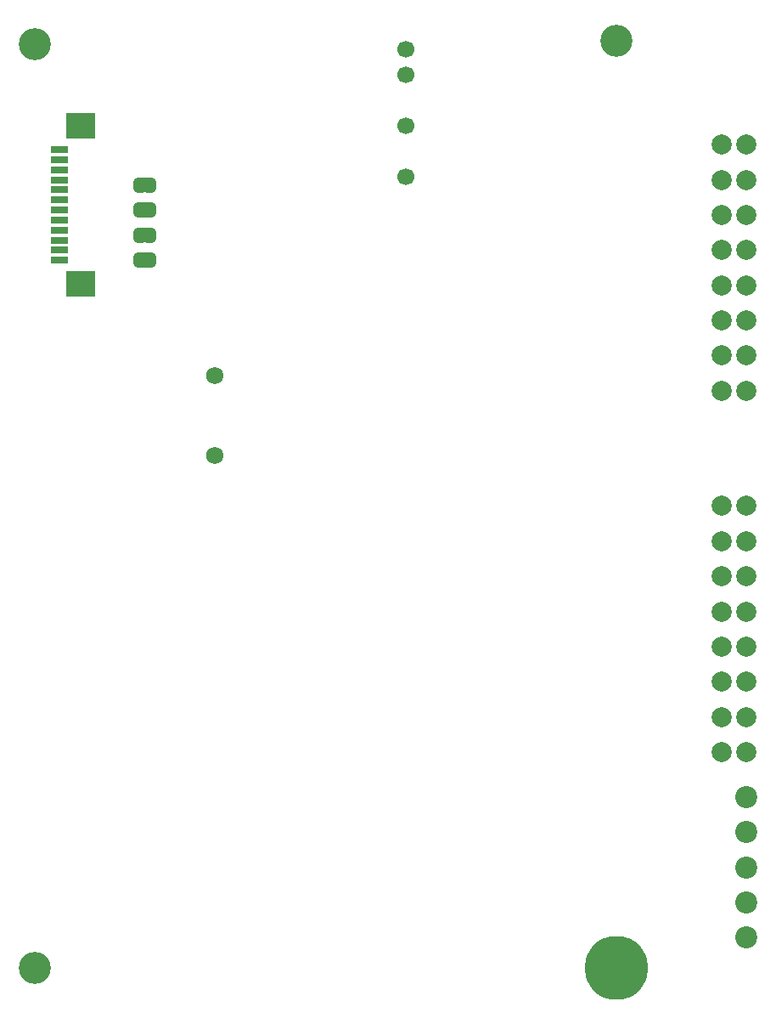
<source format=gbr>
%TF.GenerationSoftware,KiCad,Pcbnew,9.0.2*%
%TF.CreationDate,2025-06-25T12:37:36+03:00*%
%TF.ProjectId,PMCNV-AI8IU,504d434e-562d-4414-9938-49552e6b6963,rev?*%
%TF.SameCoordinates,Original*%
%TF.FileFunction,Soldermask,Bot*%
%TF.FilePolarity,Negative*%
%FSLAX46Y46*%
G04 Gerber Fmt 4.6, Leading zero omitted, Abs format (unit mm)*
G04 Created by KiCad (PCBNEW 9.0.2) date 2025-06-25 12:37:36*
%MOMM*%
%LPD*%
G01*
G04 APERTURE LIST*
G04 Aperture macros list*
%AMFreePoly0*
4,1,23,0.500000,-0.750000,0.000000,-0.750000,0.000000,-0.745722,-0.065263,-0.745722,-0.191342,-0.711940,-0.304381,-0.646677,-0.396677,-0.554381,-0.461940,-0.441342,-0.495722,-0.315263,-0.495722,-0.250000,-0.500000,-0.250000,-0.500000,0.250000,-0.495722,0.250000,-0.495722,0.315263,-0.461940,0.441342,-0.396677,0.554381,-0.304381,0.646677,-0.191342,0.711940,-0.065263,0.745722,0.000000,0.745722,
0.000000,0.750000,0.500000,0.750000,0.500000,-0.750000,0.500000,-0.750000,$1*%
%AMFreePoly1*
4,1,23,0.000000,0.745722,0.065263,0.745722,0.191342,0.711940,0.304381,0.646677,0.396677,0.554381,0.461940,0.441342,0.495722,0.315263,0.495722,0.250000,0.500000,0.250000,0.500000,-0.250000,0.495722,-0.250000,0.495722,-0.315263,0.461940,-0.441342,0.396677,-0.554381,0.304381,-0.646677,0.191342,-0.711940,0.065263,-0.745722,0.000000,-0.745722,0.000000,-0.750000,-0.500000,-0.750000,
-0.500000,0.750000,0.000000,0.750000,0.000000,0.745722,0.000000,0.745722,$1*%
G04 Aperture macros list end*
%ADD10C,3.200000*%
%ADD11C,2.000000*%
%ADD12C,1.700000*%
%ADD13O,6.350000X6.350000*%
%ADD14C,2.200000*%
%ADD15C,1.725000*%
%ADD16FreePoly0,0.000000*%
%ADD17FreePoly1,0.000000*%
%ADD18R,1.803400X0.635000*%
%ADD19R,2.997200X2.590800*%
G04 APERTURE END LIST*
%TO.C,JP4*%
G36*
X-25150000Y23750000D02*
G01*
X-24850000Y23750000D01*
X-24850000Y25250000D01*
X-25150000Y25250000D01*
X-25150000Y23750000D01*
G37*
%TO.C,JP2*%
G36*
X-25150000Y28750000D02*
G01*
X-24850000Y28750000D01*
X-24850000Y30250000D01*
X-25150000Y30250000D01*
X-25150000Y28750000D01*
G37*
%TO.C,JP1*%
G36*
X-25150000Y31250000D02*
G01*
X-24850000Y31250000D01*
X-24850000Y32750000D01*
X-25150000Y32750000D01*
X-25150000Y31250000D01*
G37*
%TO.C,JP3*%
G36*
X-25150000Y26250000D02*
G01*
X-24850000Y26250000D01*
X-24850000Y27750000D01*
X-25150000Y27750000D01*
X-25150000Y26250000D01*
G37*
%TD*%
D10*
%TO.C,H2*%
X22000000Y46390000D03*
%TD*%
D11*
%TO.C,J5*%
X32500000Y-24500000D03*
X32500000Y-21000000D03*
X32500000Y-17500000D03*
X32500000Y-14000000D03*
X32500000Y-10500000D03*
X32500000Y-7000000D03*
X32500000Y-3500000D03*
X32500000Y0D03*
X35000000Y-24500000D03*
X35000000Y-21000000D03*
X35000000Y-17500000D03*
X35000000Y-14000000D03*
X35000000Y-10500000D03*
X35000000Y-7000000D03*
X35000000Y-3500000D03*
X35000000Y0D03*
%TD*%
%TO.C,J4*%
X32500000Y11500000D03*
X32500000Y15000000D03*
X32500000Y18500000D03*
X32500000Y22000000D03*
X32500000Y25500000D03*
X32500000Y29000000D03*
X32500000Y32500000D03*
X32500000Y36000000D03*
X35000000Y11500000D03*
X35000000Y15000000D03*
X35000000Y18500000D03*
X35000000Y22000000D03*
X35000000Y25500000D03*
X35000000Y29000000D03*
X35000000Y32500000D03*
X35000000Y36000000D03*
%TD*%
D12*
%TO.C,PS1*%
X1000000Y45500000D03*
X1000000Y42960000D03*
X1000000Y37880000D03*
X1000000Y32800000D03*
%TD*%
D13*
%TO.C,D9*%
X22000000Y-46000000D03*
%TD*%
D14*
%TO.C,J6*%
X35000000Y-43000000D03*
X35000000Y-39500000D03*
X35000000Y-36000000D03*
X35000000Y-32500000D03*
X35000000Y-29000000D03*
%TD*%
D10*
%TO.C,H3*%
X-36000000Y-46000000D03*
%TD*%
D15*
%TO.C,U2*%
X-18000000Y13000000D03*
%TD*%
D10*
%TO.C,H1*%
X-36000000Y46000000D03*
%TD*%
D15*
%TO.C,U5*%
X-18000000Y5000000D03*
%TD*%
D16*
%TO.C,JP4*%
X-25650000Y24500000D03*
D17*
X-24350000Y24500000D03*
%TD*%
D18*
%TO.C,J2*%
X-33556000Y35499992D03*
X-33556000Y34499994D03*
X-33556000Y33499996D03*
X-33556000Y32499998D03*
X-33556000Y31500000D03*
X-33556000Y30500000D03*
X-33556000Y29500000D03*
X-33556000Y28500000D03*
X-33556000Y27500002D03*
X-33556000Y26500004D03*
X-33556000Y25500006D03*
X-33556000Y24500008D03*
D19*
X-31385999Y37850003D03*
X-31385999Y22149997D03*
%TD*%
D16*
%TO.C,JP2*%
X-25650000Y29500000D03*
D17*
X-24350000Y29500000D03*
%TD*%
D16*
%TO.C,JP1*%
X-25650000Y32000000D03*
D17*
X-24350000Y32000000D03*
%TD*%
D16*
%TO.C,JP3*%
X-25650000Y27000000D03*
D17*
X-24350000Y27000000D03*
%TD*%
M02*

</source>
